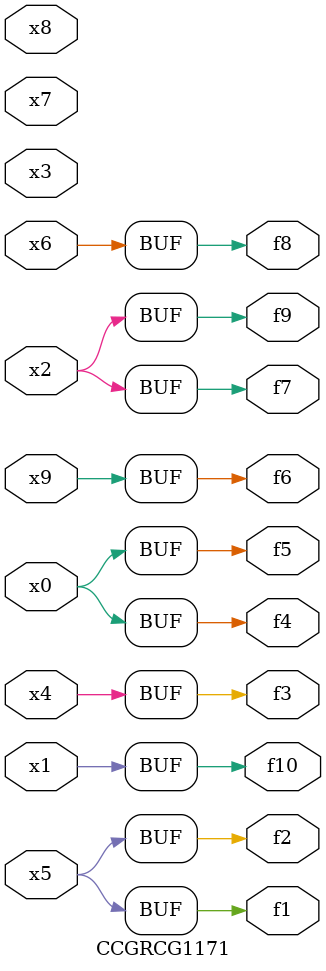
<source format=v>
module CCGRCG1171(
	input x0, x1, x2, x3, x4, x5, x6, x7, x8, x9,
	output f1, f2, f3, f4, f5, f6, f7, f8, f9, f10
);
	assign f1 = x5;
	assign f2 = x5;
	assign f3 = x4;
	assign f4 = x0;
	assign f5 = x0;
	assign f6 = x9;
	assign f7 = x2;
	assign f8 = x6;
	assign f9 = x2;
	assign f10 = x1;
endmodule

</source>
